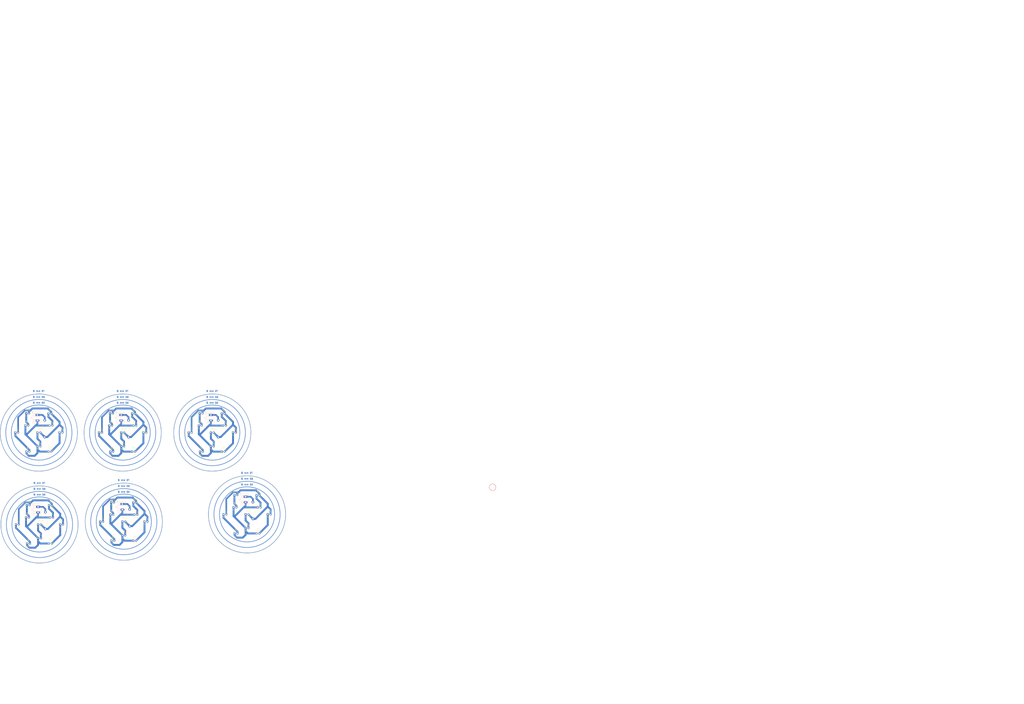
<source format=kicad_pcb>
(kicad_pcb (version 20211014) (generator pcbnew)
  (title_block (title "Mini Circular LED Panel") (date "2022-04-20") (rev "1") (comment 1 "Tec. Henrique Silva"))
  (layers (0 "F.Cu" signal) (31 "B.Cu" signal) (34 "B.Paste" user) (35 "F.Paste" user) (36 "B.SilkS" user "B.Silkscreen") (37 "F.SilkS" user "F.Silkscreen") (38 "B.Mask" user) (39 "F.Mask" user) (44 "Edge.Cuts" user))
  (net 0 "")
  (net 1 "PWR")
  (net 2 "GND")
  (net 3 "Net-(R2-Pad2)")
  (net 4 "Net-(D1-Pad1)")
  (net 5 "Net-(D3-Pad1)")
  (net 6 "Net-(D5-Pad1)")
  (net 7 "Net-(D7-Pad1)")
  (net 8 "Net-(D10-Pad2)")
  (footprint "Resistor_THT:R_Axial_DIN0411_L9.9mm_D3.6mm_P15.24mm_Horizontal" (layer "F.Cu") (at 62.878001 58.505492 90)
    (fp_text reference "R2")
    (fp_text value "Rl 2W")
  )
  (footprint "LED_THT:LED_D5.0mm" (layer "F.Cu") (at 46.109001 36.915492)
    (fp_text reference "D1")
    (fp_text value "LED")
  )
  (footprint "Resistor_THT:R_Axial_DIN0411_L9.9mm_D3.6mm_P15.24mm_Horizontal" (layer "F.Cu") (at 220.155 58.523022 90)
    (fp_text reference "R2")
    (fp_text value "Rl 2W")
  )
  (footprint "LED_THT:LED_D5.0mm" (layer "F.Cu") (at 113.216 135.231022)
    (fp_text reference "D7")
    (fp_text value "LED")
  )
  (footprint "LED_THT:LED_D5.0mm" (layer "F.Cu") (at 193.48 54.459022)
    (fp_text reference "D7")
    (fp_text value "LED")
  )
  (footprint "LED_THT:LED_D5.0mm" (layer "F.Cu") (at 66.734 120.499022)
    (fp_text reference "D3")
    (fp_text value "LED")
  )
  (footprint "LED_THT:LED_D5.0mm" (layer "F.Cu") (at 36.203001 54.441492)
    (fp_text reference "D7")
    (fp_text value "LED")
  )
  (footprint "Resistor_THT:R_Axial_DIN0411_L9.9mm_D3.6mm_P15.24mm_Horizontal" (layer "F.Cu") (at 63.437 141.835022 90)
    (fp_text reference "R2")
    (fp_text value "Rl 2W")
  )
  (footprint "LED_THT:LED_D5.0mm" (layer "F.Cu") (at 143.188 117.959022)
    (fp_text reference "D3")
    (fp_text value "LED")
  )
  (footprint "LED_THT:LED_D5.0mm" (layer "F.Cu") (at 203.386 36.933022)
    (fp_text reference "D1")
    (fp_text value "LED")
  )
  (footprint "LED_THT:LED_D5.0mm" (layer "F.Cu") (at 223.452 71.731022)
    (fp_text reference "D10")
    (fp_text value "LED")
  )
  (footprint "LED_THT:LED_D5.0mm" (layer "F.Cu") (at 203.64 71.731022)
    (fp_text reference "D8")
    (fp_text value "LED")
  )
  (footprint "LED_THT:LED_D5.0mm" (layer "F.Cu") (at 56.269001 54.441492)
    (fp_text reference "D5")
    (fp_text value "LED")
  )
  (footprint "LED_THT:LED_D5.0mm" (layer "F.Cu") (at 66.175001 71.713492)
    (fp_text reference "D10")
    (fp_text value "LED")
  )
  (footprint "LED_THT:LED_D5.0mm" (layer "F.Cu") (at 233.612 54.459022)
    (fp_text reference "D9")
    (fp_text value "LED")
  )
  (footprint "LED_THT:LED_D5.0mm" (layer "F.Cu") (at 67.191001 48.091492)
    (fp_text reference "D4")
    (fp_text value "LED")
  )
  (footprint "LED_THT:LED_D5.0mm" (layer "F.Cu") (at 153.348 135.231022)
    (fp_text reference "D9")
    (fp_text value "LED")
  )
  (footprint "Resistor_THT:R_Axial_DIN0411_L9.9mm_D3.6mm_P15.24mm_Horizontal" (layer "F.Cu") (at 138.875 58.523022 90)
    (fp_text reference "R2")
    (fp_text value "Rl 2W")
  )
  (footprint "LED_THT:LED_D5.0mm" (layer "F.Cu") (at 224.976 128.627022)
    (fp_text reference "D7")
    (fp_text value "LED")
  )
  (footprint "LED_THT:LED_D5.0mm" (layer "F.Cu") (at 245.042 141.073022)
    (fp_text reference "D6")
    (fp_text value "LED")
  )
  (footprint "LED_THT:LED_D5.0mm" (layer "F.Cu") (at 45.906 131.421022)
    (fp_text reference "D2")
    (fp_text value "LED")
  )
  (footprint "LED_THT:LED_D5.0mm" (layer "F.Cu") (at 143.188 48.109022)
    (fp_text reference "D4")
    (fp_text value "LED")
  )
  (footprint "LED_THT:LED_D5.0mm" (layer "F.Cu") (at 142.172 37.187022)
    (fp_text reference "D3")
    (fp_text value "LED")
  )
  (footprint "Resistor_THT:R_Axial_DIN0411_L9.9mm_D3.6mm_P15.24mm_Horizontal" (layer "F.Cu") (at 139.891 139.295022 90)
    (fp_text reference "R2")
    (fp_text value "Rl 2W")
  )
  (footprint "LED_THT:LED_D5.0mm" (layer "F.Cu") (at 234.12 122.277022)
    (fp_text reference "D2")
    (fp_text value "LED")
  )
  (footprint "LED_THT:LED_D5.0mm" (layer "F.Cu") (at 132.266 66.905022)
    (fp_text reference "D6")
    (fp_text value "LED")
  )
  (footprint "LED_THT:LED_D5.0mm" (layer "F.Cu") (at 213.546 54.459022)
    (fp_text reference "D5")
    (fp_text value "LED")
  )
  (footprint "LED_THT:LED_D5.0mm" (layer "F.Cu") (at 46.668 120.245022)
    (fp_text reference "D1")
    (fp_text value "LED")
  )
  (footprint "LED_THT:LED_D5.0mm" (layer "F.Cu") (at 46.363001 71.713492)
    (fp_text reference "D8")
    (fp_text value "LED")
  )
  (footprint "LED_THT:LED_D5.0mm" (layer "F.Cu") (at 133.282 147.677022)
    (fp_text reference "D6")
    (fp_text value "LED")
  )
  (footprint "LED_THT:LED_D5.0mm" (layer "F.Cu") (at 123.122 117.705022)
    (fp_text reference "D1")
    (fp_text value "LED")
  )
  (footprint "LED_THT:LED_D5.0mm" (layer "F.Cu") (at 142.172 71.731022)
    (fp_text reference "D10")
    (fp_text value "LED")
  )
  (footprint "LED_THT:LED_D5.0mm" (layer "F.Cu") (at 202.624 48.109022)
    (fp_text reference "D2")
    (fp_text value "LED")
  )
  (footprint "LED_THT:LED_D5.0mm" (layer "F.Cu") (at 122.106 36.933022)
    (fp_text reference "D1")
    (fp_text value "LED")
  )
  (footprint "LED_THT:LED_D5.0mm" (layer "F.Cu") (at 56.828 137.771022)
    (fp_text reference "D5")
    (fp_text value "LED")
  )
  (footprint "LED_THT:LED_D5.0mm" (layer "F.Cu") (at 265.108 128.627022)
    (fp_text reference "D9")
    (fp_text value "LED")
  )
  (footprint "LED_THT:LED_D5.0mm" (layer "F.Cu") (at 133.282 135.231022)
    (fp_text reference "D5")
    (fp_text value "LED")
  )
  (footprint "LED_THT:LED_D5.0mm" (layer "F.Cu") (at 143.188 152.503022)
    (fp_text reference "D10")
    (fp_text value "LED")
  )
  (footprint "LED_THT:LED_D5.0mm" (layer "F.Cu") (at 245.042 128.627022)
    (fp_text reference "D5")
    (fp_text value "LED")
  )
  (footprint "LED_THT:LED_D5.0mm" (layer "F.Cu") (at 144.204 128.881022)
    (fp_text reference "D4")
    (fp_text value "LED")
  )
  (footprint "LED_THT:LED_D5.0mm" (layer "F.Cu") (at 254.948 145.899022)
    (fp_text reference "D10")
    (fp_text value "LED")
  )
  (footprint "LED_THT:LED_D5.0mm" (layer "F.Cu") (at 255.964 122.277022)
    (fp_text reference "D4")
    (fp_text value "LED")
  )
  (footprint "LED_THT:LED_D5.0mm" (layer "F.Cu") (at 235.136 145.899022)
    (fp_text reference "D8")
    (fp_text value "LED")
  )
  (footprint "LED_THT:LED_D5.0mm" (layer "F.Cu") (at 56.828 150.217022)
    (fp_text reference "D6")
    (fp_text value "LED")
  )
  (footprint "LED_THT:LED_D5.0mm" (layer "F.Cu") (at 123.376 152.503022)
    (fp_text reference "D8")
    (fp_text value "LED")
  )
  (footprint "LED_THT:LED_D5.0mm" (layer "F.Cu") (at 56.269001 66.887492)
    (fp_text reference "D6")
    (fp_text value "LED")
  )
  (footprint "LED_THT:LED_D5.0mm" (layer "F.Cu") (at 224.468 48.109022)
    (fp_text reference "D4")
    (fp_text value "LED")
  )
  (footprint "LED_THT:LED_D5.0mm" (layer "F.Cu") (at 122.36 71.731022)
    (fp_text reference "D8")
    (fp_text value "LED")
  )
  (footprint "LED_THT:LED_D5.0mm" (layer "F.Cu") (at 213.546 66.905022)
    (fp_text reference "D6")
    (fp_text value "LED")
  )
  (footprint "LED_THT:LED_D5.0mm" (layer "F.Cu") (at 36.762 137.771022)
    (fp_text reference "D7")
    (fp_text value "LED")
  )
  (footprint "LED_THT:LED_D5.0mm" (layer "F.Cu") (at 254.948 111.355022)
    (fp_text reference "D3")
    (fp_text value "LED")
  )
  (footprint "LED_THT:LED_D5.0mm" (layer "F.Cu") (at 223.452 37.187022)
    (fp_text reference "D3")
    (fp_text value "LED")
  )
  (footprint "LED_THT:LED_D5.0mm" (layer "F.Cu") (at 76.335001 54.441492)
    (fp_text reference "D9")
    (fp_text value "LED")
  )
  (footprint "LED_THT:LED_D5.0mm" (layer "F.Cu") (at 46.922 155.043022)
    (fp_text reference "D8")
    (fp_text value "LED")
  )
  (footprint "LED_THT:LED_D5.0mm" (layer "F.Cu") (at 66.734 155.043022)
    (fp_text reference "D10")
    (fp_text value "LED")
  )
  (footprint "LED_THT:LED_D5.0mm" (layer "F.Cu") (at 122.36 128.881022)
    (fp_text reference "D2")
    (fp_text value "LED")
  )
  (footprint "LED_THT:LED_D5.0mm" (layer "F.Cu") (at 45.347001 48.091492)
    (fp_text reference "D2")
    (fp_text value "LED")
  )
  (footprint "LED_THT:LED_D5.0mm" (layer "F.Cu") (at 67.75 131.421022)
    (fp_text reference "D4")
    (fp_text value "LED")
  )
  (footprint "Resistor_THT:R_Axial_DIN0411_L9.9mm_D3.6mm_P15.24mm_Horizontal" (layer "F.Cu") (at 251.651 132.691022 90)
    (fp_text reference "R2")
    (fp_text value "Rl 2W")
  )
  (footprint "LED_THT:LED_D5.0mm" (layer "F.Cu") (at 76.894 137.771022)
    (fp_text reference "D9")
    (fp_text value "LED")
  )
  (footprint "LED_THT:LED_D5.0mm" (layer "F.Cu") (at 112.2 54.459022)
    (fp_text reference "D7")
    (fp_text value "LED")
  )
  (footprint "LED_THT:LED_D5.0mm" (layer "F.Cu") (at 234.882 111.101022)
    (fp_text reference "D1")
    (fp_text value "LED")
  )
  (footprint "LED_THT:LED_D5.0mm" (layer "F.Cu") (at 132.266 54.459022)
    (fp_text reference "D5")
    (fp_text value "LED")
  )
  (footprint "LED_THT:LED_D5.0mm" (layer "F.Cu") (at 121.344 48.109022)
    (fp_text reference "D2")
    (fp_text value "LED")
  )
  (footprint "LED_THT:LED_D5.0mm" (layer "F.Cu") (at 152.332 54.459022)
    (fp_text reference "D9")
    (fp_text value "LED")
  )
  (footprint "LED_THT:LED_D5.0mm" (layer "F.Cu") (at 66.175001 37.169492)
    (fp_text reference "D3")
    (fp_text value "LED")
  )
  (footprint "Connector_Phoenix_MC_HighVoltage:PhoenixContact_MCV_1,5_2-G-5.08_1x02_P5.08mm_Vertical" (layer "B.Cu") (at 133.287 119.229022 -90)
    (fp_text reference "J1")
    (fp_text value "Screw_Terminal_01x02")
  )
  (footprint "Connector_Phoenix_MC_HighVoltage:PhoenixContact_MCV_1,5_2-G-5.08_1x02_P5.08mm_Vertical" (layer "B.Cu") (at 213.551 38.457022 -90)
    (fp_text reference "J1")
    (fp_text value "Screw_Terminal_01x02")
  )
  (footprint "Connector_Phoenix_MC_HighVoltage:PhoenixContact_MCV_1,5_2-G-5.08_1x02_P5.08mm_Vertical" (layer "B.Cu") (at 56.274001 38.439492 -90)
    (fp_text reference "J1")
    (fp_text value "Screw_Terminal_01x02")
  )
  (footprint "Connector_Phoenix_MC_HighVoltage:PhoenixContact_MCV_1,5_2-G-5.08_1x02_P5.08mm_Vertical" (layer "B.Cu") (at 245.047 112.625022 -90)
    (fp_text reference "J1")
    (fp_text value "Screw_Terminal_01x02")
  )
  (footprint "Connector_Phoenix_MC_HighVoltage:PhoenixContact_MCV_1,5_2-G-5.08_1x02_P5.08mm_Vertical" (layer "B.Cu") (at 56.833 121.769022 -90)
    (fp_text reference "J1")
    (fp_text value "Screw_Terminal_01x02")
  )
  (footprint "Connector_Phoenix_MC_HighVoltage:PhoenixContact_MCV_1,5_2-G-5.08_1x02_P5.08mm_Vertical" (layer "B.Cu") (at 132.271 38.457022 -90)
    (fp_text reference "J1")
    (fp_text value "Screw_Terminal_01x02")
  )
  (gr_circle (center 469 104.01) (end 470.61 106.55) (layer "F.Cu") (width 0.2) (fill none))
  (gr_circle (center 57.544001 54.441492) (end 87.544001 54.441492) (layer "B.Cu") (width 0.5) (fill none))
  (gr_circle (center 134.557 135.231022) (end 159.557 135.231022) (layer "B.Cu") (width 0.5) (fill none))
  (gr_circle (center 57.544001 54.441492) (end 82.544001 54.441492) (layer "B.Cu") (width 0.5) (fill none))
  (gr_circle (center 58.103 137.771022) (end 93.103 137.771022) (layer "B.Cu") (width 0.5) (fill none))
  (gr_circle (center 134.557 135.231022) (end 164.557 135.231022) (layer "B.Cu") (width 0.5) (fill none))
  (gr_circle (center 246.317 128.627022) (end 281.317 128.627022) (layer "B.Cu") (width 0.5) (fill none))
  (gr_circle (center 246.317 128.627022) (end 276.317 128.627022) (layer "B.Cu") (width 0.5) (fill none))
  (gr_circle (center 133.541 54.459022) (end 163.541 54.459022) (layer "B.Cu") (width 0.5) (fill none))
  (gr_circle (center 133.541 54.459022) (end 158.541 54.459022) (layer "B.Cu") (width 0.5) (fill none))
  (gr_circle (center 214.821 54.459022) (end 239.821 54.459022) (layer "B.Cu") (width 0.5) (fill none))
  (gr_circle (center 58.103 137.771022) (end 88.103 137.771022) (layer "B.Cu") (width 0.5) (fill none))
  (gr_circle (center 58.103 137.771022) (end 83.103 137.771022) (layer "B.Cu") (width 0.5) (fill none))
  (gr_circle (center 214.821 54.459022) (end 244.821 54.459022) (layer "B.Cu") (width 0.5) (fill none))
  (gr_circle (center 246.317 128.627022) (end 271.317 128.627022) (layer "B.Cu") (width 0.5) (fill none))
  (gr_circle (center 214.821 54.459022) (end 249.821 54.459022) (layer "B.Cu") (width 0.5) (fill none))
  (gr_circle (center 133.541 54.459022) (end 168.541 54.459022) (layer "B.Cu") (width 0.5) (fill none))
  (gr_circle (center 134.557 135.231022) (end 169.557 135.231022) (layer "B.Cu") (width 0.5) (fill none))
  (gr_circle (center 57.544001 54.441492) (end 92.544001 54.441492) (layer "B.Cu") (width 0.5) (fill none))
  (gr_circle (center 134.557 135.231022) (end 169.557 135.231022) (layer "Edge.Cuts") (width 0.25) (fill none))
  (gr_circle (center 58.103 137.771022) (end 93.103 137.771022) (layer "Edge.Cuts") (width 0.25) (fill none))
  (gr_circle (center 133.541 54.459022) (end 168.541 54.459022) (layer "Edge.Cuts") (width 0.25) (fill none))
  (gr_circle (center 57.544001 54.441492) (end 92.544001 54.441492) (layer "Edge.Cuts") (width 0.25) (fill none))
  (gr_circle (center 246.317 128.627022) (end 281.317 128.627022) (layer "Edge.Cuts") (width 0.25) (fill none))
  (gr_circle (center 214.821 54.459022) (end 249.821 54.459022) (layer "Edge.Cuts") (width 0.25) (fill none))
  (gr_text "50 mm Ø" (at 57.544001 27.441492) (layer "B.Cu") (effects (font (size 1.5 1.5) (thickness 0.3)) (justify mirror)))
  (gr_text "50 mm Ø" (at 133.541 27.459022) (layer "B.Cu") (effects (font (size 1.5 1.5) (thickness 0.3)) (justify mirror)))
  (gr_text "70 mm Ø" (at 246.317 91.035022) (layer "B.Cu") (effects (font (size 1.5 1.5) (thickness 0.3)) (justify mirror)))
  (gr_text "70 mm Ø" (at 133.541 16.867022) (layer "B.Cu") (effects (font (size 1.5 1.5) (thickness 0.3)) (justify mirror)))
  (gr_text "60 mm Ø" (at 214.821 22.201022) (layer "B.Cu") (effects (font (size 1.5 1.5) (thickness 0.3)) (justify mirror)))
  (gr_text "60 mm Ø" (at 246.317 96.369022) (layer "B.Cu") (effects (font (size 1.5 1.5) (thickness 0.3)) (justify mirror)))
  (gr_text "70 mm Ø" (at 134.557 97.639022) (layer "B.Cu") (effects (font (size 1.5 1.5) (thickness 0.3)) (justify mirror)))
  (gr_text "70 mm Ø" (at 58.103 100.179022) (layer "B.Cu") (effects (font (size 1.5 1.5) (thickness 0.3)) (justify mirror)))
  (gr_text "60 mm Ø" (at 134.557 102.973022) (layer "B.Cu") (effects (font (size 1.5 1.5) (thickness 0.3)) (justify mirror)))
  (gr_text "60 mm Ø" (at 58.103 105.513022) (layer "B.Cu") (effects (font (size 1.5 1.5) (thickness 0.3)) (justify mirror)))
  (gr_text "70 mm Ø" (at 57.544001 16.849492) (layer "B.Cu") (effects (font (size 1.5 1.5) (thickness 0.3)) (justify mirror)))
  (gr_text "50 mm Ø" (at 246.317 101.627022) (layer "B.Cu") (effects (font (size 1.5 1.5) (thickness 0.3)) (justify mirror)))
  (gr_text "50 mm Ø" (at 214.821 27.459022) (layer "B.Cu") (effects (font (size 1.5 1.5) (thickness 0.3)) (justify mirror)))
  (gr_text "50 mm Ø" (at 58.103 110.771022) (layer "B.Cu") (effects (font (size 1.5 1.5) (thickness 0.3)) (justify mirror)))
  (gr_text "50 mm Ø" (at 134.557 108.231022) (layer "B.Cu") (effects (font (size 1.5 1.5) (thickness 0.3)) (justify mirror)))
  (gr_text "60 mm Ø" (at 133.541 22.201022) (layer "B.Cu") (effects (font (size 1.5 1.5) (thickness 0.3)) (justify mirror)))
  (gr_text "60 mm Ø" (at 57.544001 22.183492) (layer "B.Cu") (effects (font (size 1.5 1.5) (thickness 0.3)) (justify mirror)))
  (gr_text "70 mm Ø" (at 214.821 16.867022) (layer "B.Cu") (effects (font (size 1.5 1.5) (thickness 0.3)) (justify mirror)))
  (segment (start 65.164001 58.505492) (end 76.340001 47.329492) (width 1.75) (layer "B.Cu") (net 1))
  (segment (start 152.337 47.347022) (end 154.872 49.882022) (width 1.75) (layer "B.Cu") (net 1))
  (segment (start 265.113 121.515022) (end 267.648 124.050022) (width 1.75) (layer "B.Cu") (net 1))
  (segment (start 227.516 114.668) (end 233.622978 108.561022) (width 1.5) (layer "B.Cu") (net 1))
  (segment (start 65.723 141.835022) (end 76.899 130.659022) (width 1.75) (layer "B.Cu") (net 1))
  (segment (start 154.872 49.882022) (end 154.872 54.459022) (width 1.75) (layer "B.Cu") (net 1))
  (segment (start 115.756 135.231022) (end 115.756 121.272) (width 1.5) (layer "B.Cu") (net 1))
  (segment (start 254.445 106.783022) (end 257.488 109.826022) (width 1.75) (layer "B.Cu") (net 1))
  (segment (start 48.649001 36.915492) (end 48.649001 35.650492) (width 1.75) (layer "B.Cu") (net 1))
  (segment (start 39.302 137.771022) (end 39.302 123.812) (width 1.5) (layer "B.Cu") (net 1))
  (segment (start 205.926 36.933022) (end 205.926 35.668022) (width 1.75) (layer "B.Cu") (net 1))
  (segment (start 142.177 139.295022) (end 153.353 128.119022) (width 1.75) (layer "B.Cu") (net 1))
  (segment (start 247.582 128.627022) (end 251.646 132.691022) (width 1.75) (layer "B.Cu") (net 1))
  (segment (start 66.231 115.927022) (end 69.274 118.970022) (width 1.75) (layer "B.Cu") (net 1))
  (segment (start 65.672001 32.597492) (end 68.715001 35.640492) (width 1.75) (layer "B.Cu") (net 1))
  (segment (start 225.992 37.187022) (end 233.617 44.812022) (width 1.75) (layer "B.Cu") (net 1))
  (segment (start 196.02 54.459022) (end 196.02 40.5) (width 1.5) (layer "B.Cu") (net 1))
  (segment (start 144.712 35.658022) (end 144.712 37.187022) (width 1.75) (layer "B.Cu") (net 1))
  (segment (start 138.87 58.523022) (end 141.161 58.523022) (width 1.75) (layer "B.Cu") (net 1))
  (segment (start 51.702001 32.597492) (end 65.672001 32.597492) (width 1.75) (layer "B.Cu") (net 1))
  (segment (start 141.669 32.615022) (end 144.712 35.658022) (width 1.75) (layer "B.Cu") (net 1))
  (segment (start 76.340001 44.794492) (end 76.340001 47.329492) (width 1.75) (layer "B.Cu") (net 1))
  (segment (start 120.846978 34.393022) (end 125.921 34.393022) (width 1.5) (layer "B.Cu") (net 1))
  (segment (start 267.648 124.050022) (end 267.648 128.627022) (width 1.75) (layer "B.Cu") (net 1))
  (segment (start 233.617 44.812022) (end 233.617 47.347022) (width 1.75) (layer "B.Cu") (net 1))
  (segment (start 45.408978 117.705022) (end 50.483 117.705022) (width 1.5) (layer "B.Cu") (net 1))
  (segment (start 222.949 32.615022) (end 225.992 35.658022) (width 1.75) (layer "B.Cu") (net 1))
  (segment (start 233.617 47.347022) (end 236.152 49.882022) (width 1.75) (layer "B.Cu") (net 1))
  (segment (start 253.937 132.691022) (end 265.113 121.515022) (width 1.75) (layer "B.Cu") (net 1))
  (segment (start 44.849979 34.375492) (end 49.924001 34.375492) (width 1.5) (layer "B.Cu") (net 1))
  (segment (start 153.353 128.119022) (end 155.888 130.654022) (width 1.75) (layer "B.Cu") (net 1))
  (segment (start 227.516 128.627022) (end 227.516 114.668) (width 1.5) (layer "B.Cu") (net 1))
  (segment (start 124.646 36.933022) (end 124.646 35.668022) (width 1.75) (layer "B.Cu") (net 1))
  (segment (start 240.475 106.783022) (end 254.445 106.783022) (width 1.75) (layer "B.Cu") (net 1))
  (segment (start 76.899 130.659022) (end 79.434 133.194022) (width 1.75) (layer "B.Cu") (net 1))
  (segment (start 121.862978 115.165022) (end 126.937 115.165022) (width 1.5) (layer "B.Cu") (net 1))
  (segment (start 237.422 111.101022) (end 237.422 109.836022) (width 1.75) (layer "B.Cu") (net 1))
  (segment (start 142.685 113.387022) (end 145.728 116.430022) (width 1.75) (layer "B.Cu") (net 1))
  (segment (start 125.662 117.705022) (end 125.662 116.440022) (width 1.75) (layer "B.Cu") (net 1))
  (segment (start 59.368 137.771022) (end 63.432 141.835022) (width 1.75) (layer "B.Cu") (net 1))
  (segment (start 62.873001 58.505492) (end 65.164001 58.505492) (width 1.75) (layer "B.Cu") (net 1))
  (segment (start 127.699 32.615022) (end 141.669 32.615022) (width 1.75) (layer "B.Cu") (net 1))
  (segment (start 135.822 135.231022) (end 139.886 139.295022) (width 1.75) (layer "B.Cu") (net 1))
  (segment (start 114.74 40.5) (end 120.846978 34.393022) (width 1.5) (layer "B.Cu") (net 1))
  (segment (start 76.340001 47.329492) (end 78.875001 49.864492) (width 1.75) (layer "B.Cu") (net 1))
  (segment (start 115.756 121.272) (end 121.862978 115.165022) (width 1.5) (layer "B.Cu") (net 1))
  (segment (start 152.337 44.812022) (end 152.337 47.347022) (width 1.75) (layer "B.Cu") (net 1))
  (segment (start 236.152 49.882022) (end 236.152 54.459022) (width 1.75) (layer "B.Cu") (net 1))
  (segment (start 68.715001 37.169492) (end 76.340001 44.794492) (width 1.75) (layer "B.Cu") (net 1))
  (segment (start 139.886 139.295022) (end 142.177 139.295022) (width 1.75) (layer "B.Cu") (net 1))
  (segment (start 63.432 141.835022) (end 65.723 141.835022) (width 1.75) (layer "B.Cu") (net 1))
  (segment (start 49.208 120.245022) (end 49.208 118.980022) (width 1.75) (layer "B.Cu") (net 1))
  (segment (start 216.086 54.459022) (end 220.15 58.523022) (width 1.75) (layer "B.Cu") (net 1))
  (segment (start 153.353 125.584022) (end 153.353 128.119022) (width 1.75) (layer "B.Cu") (net 1))
  (segment (start 114.74 54.459022) (end 114.74 40.5) (width 1.5) (layer "B.Cu") (net 1))
  (segment (start 196.02 40.5) (end 202.126978 34.393022) (width 1.5) (layer "B.Cu") (net 1))
  (segment (start 49.208 118.980022) (end 52.261 115.927022) (width 1.75) (layer "B.Cu") (net 1))
  (segment (start 39.302 123.812) (end 45.408978 117.705022) (width 1.5) (layer "B.Cu") (net 1))
  (segment (start 78.875001 49.864492) (end 78.875001 54.441492) (width 1.75) (layer "B.Cu") (net 1))
  (segment (start 155.888 130.654022) (end 155.888 135.231022) (width 1.75) (layer "B.Cu") (net 1))
  (segment (start 76.899 128.124022) (end 76.899 130.659022) (width 1.75) (layer "B.Cu") (net 1))
  (segment (start 68.715001 35.640492) (end 68.715001 37.169492) (width 1.75) (layer "B.Cu") (net 1))
  (segment (start 251.646 132.691022) (end 253.937 132.691022) (width 1.75) (layer "B.Cu") (net 1))
  (segment (start 38.743001 54.441492) (end 38.743001 40.48247) (width 1.5) (layer "B.Cu") (net 1))
  (segment (start 141.161 58.523022) (end 152.337 47.347022) (width 1.75) (layer "B.Cu") (net 1))
  (segment (start 125.662 116.440022) (end 128.715 113.387022) (width 1.75) (layer "B.Cu") (net 1))
  (segment (start 220.15 58.523022) (end 222.441 58.523022) (width 1.75) (layer "B.Cu") (net 1))
  (segment (start 205.926 35.668022) (end 208.979 32.615022) (width 1.75) (layer "B.Cu") (net 1))
  (segment (start 48.649001 35.650492) (end 51.702001 32.597492) (width 1.75) (layer "B.Cu") (net 1))
  (segment (start 257.488 109.826022) (end 257.488 111.355022) (width 1.75) (layer "B.Cu") (net 1))
  (segment (start 225.992 35.658022) (end 225.992 37.187022) (width 1.75) (layer "B.Cu") (net 1))
  (segment (start 128.715 113.387022) (end 142.685 113.387022) (width 1.75) (layer "B.Cu") (net 1))
  (segment (start 208.979 32.615022) (end 222.949 32.615022) (width 1.75) (layer "B.Cu") (net 1))
  (segment (start 233.622978 108.561022) (end 238.697 108.561022) (width 1.5) (layer "B.Cu") (net 1))
  (segment (start 265.113 118.980022) (end 265.113 121.515022) (width 1.75) (layer "B.Cu") (net 1))
  (segment (start 124.646 35.668022) (end 127.699 32.615022) (width 1.75) (layer "B.Cu") (net 1))
  (segment (start 69.274 118.970022) (end 69.274 120.499022) (width 1.75) (layer "B.Cu") (net 1))
  (segment (start 222.441 58.523022) (end 233.617 47.347022) (width 1.75) (layer "B.Cu") (net 1))
  (segment (start 52.261 115.927022) (end 66.231 115.927022) (width 1.75) (layer "B.Cu") (net 1))
  (segment (start 144.712 37.187022) (end 152.337 44.812022) (width 1.75) (layer "B.Cu") (net 1))
  (segment (start 257.488 111.355022) (end 265.113 118.980022) (width 1.75) (layer "B.Cu") (net 1))
  (segment (start 38.743001 40.48247) (end 44.849979 34.375492) (width 1.5) (layer "B.Cu") (net 1))
  (segment (start 58.809001 54.441492) (end 62.873001 58.505492) (width 1.75) (layer "B.Cu") (net 1))
  (segment (start 79.434 133.194022) (end 79.434 137.771022) (width 1.75) (layer "B.Cu") (net 1))
  (segment (start 145.728 116.430022) (end 145.728 117.959022) (width 1.75) (layer "B.Cu") (net 1))
  (segment (start 134.806 54.459022) (end 138.87 58.523022) (width 1.75) (layer "B.Cu") (net 1))
  (segment (start 237.422 109.836022) (end 240.475 106.783022) (width 1.75) (layer "B.Cu") (net 1))
  (segment (start 69.274 120.499022) (end 76.899 128.124022) (width 1.75) (layer "B.Cu") (net 1))
  (segment (start 145.728 117.959022) (end 153.353 125.584022) (width 1.75) (layer "B.Cu") (net 1))
  (segment (start 202.126978 34.393022) (end 207.201 34.393022) (width 1.5) (layer "B.Cu") (net 1))
  (segment (start 130.493 48.109022) (end 122.619 55.983022) (width 1.75) (layer "B.Cu") (net 2))
  (segment (start 133.282 150.466022) (end 133.282 148.000114) (width 1.75) (layer "B.Cu") (net 2))
  (segment (start 224.468 48.109022) (end 211.773 48.109022) (width 1.75) (layer "B.Cu") (net 2))
  (segment (start 132.266 73.006022) (end 132.266 67.228114) (width 1.75) (layer "B.Cu") (net 2))
  (segment (start 46.363001 71.713492) (end 46.363001 73.486492) (width 1.75) (layer "B.Cu") (net 2))
  (segment (start 129.731 75.541022) (end 132.266 73.006022) (width 1.75) (layer "B.Cu") (net 2))
  (segment (start 132.266 69.694022) (end 132.266 67.228114) (width 1.75) (layer "B.Cu") (net 2))
  (segment (start 254.948 145.899022) (end 247.079 145.899022) (width 1.75) (layer "B.Cu") (net 2))
  (segment (start 123.376 152.503022) (end 123.376 154.276022) (width 1.75) (layer "B.Cu") (net 2))
  (segment (start 255.964 122.277022) (end 243.269 122.277022) (width 1.75) (layer "B.Cu") (net 2))
  (segment (start 130.747 156.313022) (end 133.282 153.778022) (width 1.75) (layer "B.Cu") (net 2))
  (segment (start 245.047 117.705022) (end 245.047 118.213022) (width 1.5) (layer "B.Cu") (net 2))
  (segment (start 125.413 156.313022) (end 130.747 156.313022) (width 1.75) (layer "B.Cu") (net 2))
  (segment (start 213.551 43.537022) (end 213.551 46.331022) (width 1.5) (layer "B.Cu") (net 2))
  (segment (start 56.269001 67.210584) (end 56.269001 66.887492) (width 1.75) (layer "B.Cu") (net 2))
  (segment (start 45.906 139.295022) (end 56.828 150.217022) (width 1.75) (layer "B.Cu") (net 2))
  (segment (start 58.865 155.043022) (end 56.828 153.006022) (width 1.75) (layer "B.Cu") (net 2))
  (segment (start 242.507 149.709022) (end 245.042 147.174022) (width 1.75) (layer "B.Cu") (net 2))
  (segment (start 245.042 143.862022) (end 245.042 141.396114) (width 1.75) (layer "B.Cu") (net 2))
  (segment (start 56.833 129.643022) (end 55.055 131.421022) (width 1.5) (layer "B.Cu") (net 2))
  (segment (start 202.624 55.983022) (end 213.546 66.905022) (width 1.75) (layer "B.Cu") (net 2))
  (segment (start 56.828 153.006022) (end 56.828 150.540114) (width 1.75) (layer "B.Cu") (net 2))
  (segment (start 211.773 48.109022) (end 203.899 55.983022) (width 1.75) (layer "B.Cu") (net 2))
  (segment (start 45.906 131.421022) (end 45.906 139.295022) (width 1.75) (layer "B.Cu") (net 2))
  (segment (start 53.734001 75.523492) (end 56.269001 72.988492) (width 1.75) (layer "B.Cu") (net 2))
  (segment (start 121.344 55.983022) (end 132.266 66.905022) (width 1.75) (layer "B.Cu") (net 2))
  (segment (start 46.363001 73.486492) (end 48.400001 75.523492) (width 1.75) (layer "B.Cu") (net 2))
  (segment (start 56.274001 43.519492) (end 56.274001 44.027492) (width 1.5) (layer "B.Cu") (net 2))
  (segment (start 203.64 73.504022) (end 205.677 75.541022) (width 1.75) (layer "B.Cu") (net 2))
  (segment (start 143.188 152.503022) (end 135.319 152.503022) (width 1.75) (layer "B.Cu") (net 2))
  (segment (start 46.622001 55.965492) (end 45.347001 55.965492) (width 1.75) (layer "B.Cu") (net 2))
  (segment (start 213.551 46.331022) (end 211.773 48.109022) (width 1.5) (layer "B.Cu") (net 2))
  (segment (start 122.36 71.731022) (end 122.36 73.504022) (width 1.75) (layer "B.Cu") (net 2))
  (segment (start 58.306001 71.713492) (end 56.269001 69.676492) (width 1.75) (layer "B.Cu") (net 2))
  (segment (start 122.36 73.504022) (end 124.397 75.541022) (width 1.75) (layer "B.Cu") (net 2))
  (segment (start 245.042 141.396114) (end 245.042 141.073022) (width 1.75) (layer "B.Cu") (net 2))
  (segment (start 123.635 136.755022) (end 122.36 136.755022) (width 1.75) (layer "B.Cu") (net 2))
  (segment (start 121.344 48.109022) (end 121.344 55.983022) (width 1.75) (layer "B.Cu") (net 2))
  (segment (start 237.173 149.709022) (end 242.507 149.709022) (width 1.75) (layer "B.Cu") (net 2))
  (segment (start 203.899 55.983022) (end 202.624 55.983022) (width 1.75) (layer "B.Cu") (net 2))
  (segment (start 234.12 130.151022) (end 245.042 141.073022) (width 1.75) (layer "B.Cu") (net 2))
  (segment (start 122.36 136.755022) (end 133.282 147.677022) (width 1.75) (layer "B.Cu") (net 2))
  (segment (start 56.269001 72.988492) (end 56.269001 67.210584) (width 1.75) (layer "B.Cu") (net 2))
  (segment (start 143.188 48.109022) (end 130.493 48.109022) (width 1.75) (layer "B.Cu") (net 2))
  (segment (start 245.042 147.174022) (end 245.042 141.396114) (width 1.75) (layer "B.Cu") (net 2))
  (segment (start 66.734 155.043022) (end 58.865 155.043022) (width 1.75) (layer "B.Cu") (net 2))
  (segment (start 203.64 71.731022) (end 203.64 73.504022) (width 1.75) (layer "B.Cu") (net 2))
  (segment (start 235.136 145.899022) (end 235.136 147.672022) (width 1.75) (layer "B.Cu") (net 2))
  (segment (start 132.271 43.537022) (end 132.271 44.045022) (width 1.5) (layer "B.Cu") (net 2))
  (segment (start 133.287 124.309022) (end 133.287 124.817022) (width 1.5) (layer "B.Cu") (net 2))
  (segment (start 213.546 67.228114) (end 213.546 66.905022) (width 1.75) (layer "B.Cu") (net 2))
  (segment (start 245.047 120.499022) (end 243.269 122.277022) (width 1.5) (layer "B.Cu") (net 2))
  (segment (start 56.833 126.849022) (end 56.833 129.643022) (width 1.5) (layer "B.Cu") (net 2))
  (segment (start 46.922 155.043022) (end 46.922 156.816022) (width 1.75) (layer "B.Cu") (net 2))
  (segment (start 205.677 75.541022) (end 211.011 75.541022) (width 1.75) (layer "B.Cu") (net 2))
  (segment (start 202.624 48.109022) (end 202.624 55.983022) (width 1.75) (layer "B.Cu") (net 2))
  (segment (start 67.191001 48.091492) (end 54.496001 48.091492) (width 1.75) (layer "B.Cu") (net 2))
  (segment (start 66.175001 71.713492) (end 58.306001 71.713492) (width 1.75) (layer "B.Cu") (net 2))
  (segment (start 132.271 43.537022) (end 132.271 46.331022) (width 1.5) (layer "B.Cu") (net 2))
  (segment (start 134.303 71.731022) (end 132.266 69.694022) (width 1.75) (layer "B.Cu") (net 2))
  (segment (start 132.271 46.331022) (end 130.493 48.109022) (width 1.5) (layer "B.Cu") (net 2))
  (segment (start 211.011 75.541022) (end 213.546 73.006022) (width 1.75) (layer "B.Cu") (net 2))
  (segment (start 213.546 73.006022) (end 213.546 67.228114) (width 1.75) (layer "B.Cu") (net 2))
  (segment (start 133.282 148.000114) (end 133.282 147.677022) (width 1.75) (layer "B.Cu") (net 2))
  (segment (start 45.347001 55.965492) (end 56.269001 66.887492) (width 1.75) (layer "B.Cu") (net 2))
  (segment (start 122.36 128.881022) (end 122.36 136.755022) (width 1.75) (layer "B.Cu") (net 2))
  (segment (start 56.274001 43.519492) (end 56.274001 46.313492) (width 1.5) (layer "B.Cu") (net 2))
  (segment (start 46.922 156.816022) (end 48.959 158.853022) (width 1.75) (layer "B.Cu") (net 2))
  (segment (start 142.172 71.731022) (end 134.303 71.731022) (width 1.75) (layer "B.Cu") (net 2))
  (segment (start 124.397 75.541022) (end 129.731 75.541022) (width 1.75) (layer "B.Cu") (net 2))
  (segment (start 132.266 67.228114) (end 132.266 66.905022) (width 1.75) (layer "B.Cu") (net 2))
  (segment (start 223.452 71.731022) (end 215.583 71.731022) (width 1.75) (layer "B.Cu") (net 2))
  (segment (start 48.400001 75.523492) (end 53.734001 75.523492) (width 1.75) (layer "B.Cu") (net 2))
  (segment (start 215.583 71.731022) (end 213.546 69.694022) (width 1.75) (layer "B.Cu") (net 2))
  (segment (start 135.319 152.503022) (end 133.282 150.466022) (width 1.75) (layer "B.Cu") (net 2))
  (segment (start 133.287 127.103022) (end 131.509 128.881022) (width 1.5) (layer "B.Cu") (net 2))
  (segment (start 54.293 158.853022) (end 56.828 156.318022) (width 1.75) (layer "B.Cu") (net 2))
  (segment (start 56.828 156.318022) (end 56.828 150.540114) (width 1.75) (layer "B.Cu") (net 2))
  (segment (start 234.12 122.277022) (end 234.12 130.151022) (width 1.75) (layer "B.Cu") (net 2))
  (segment (start 56.274001 46.313492) (end 54.496001 48.091492) (width 1.5) (layer "B.Cu") (net 2))
  (segment (start 56.833 126.849022) (end 56.833 127.357022) (width 1.5) (layer "B.Cu") (net 2))
  (segment (start 133.282 153.778022) (end 133.282 148.000114) (width 1.75) (layer "B.Cu") (net 2))
  (segment (start 45.347001 48.091492) (end 45.347001 55.965492) (width 1.75) (layer "B.Cu") (net 2))
  (segment (start 213.551 43.537022) (end 213.551 44.045022) (width 1.5) (layer "B.Cu") (net 2))
  (segment (start 55.055 131.421022) (end 47.181 139.295022) (width 1.75) (layer "B.Cu") (net 2))
  (segment (start 123.376 154.276022) (end 125.413 156.313022) (width 1.75) (layer "B.Cu") (net 2))
  (segment (start 56.269001 69.676492) (end 56.269001 67.210584) (width 1.75) (layer "B.Cu") (net 2))
  (segment (start 131.509 128.881022) (end 123.635 136.755022) (width 1.75) (layer "B.Cu") (net 2))
  (segment (start 243.269 122.277022) (end 235.395 130.151022) (width 1.75) (layer "B.Cu") (net 2))
  (segment (start 235.136 147.672022) (end 237.173 149.709022) (width 1.75) (layer "B.Cu") (net 2))
  (segment (start 213.546 69.694022) (end 213.546 67.228114) (width 1.75) (layer "B.Cu") (net 2))
  (segment (start 56.828 150.540114) (end 56.828 150.217022) (width 1.75) (layer "B.Cu") (net 2))
  (segment (start 247.079 145.899022) (end 245.042 143.862022) (width 1.75) (layer "B.Cu") (net 2))
  (segment (start 235.395 130.151022) (end 234.12 130.151022) (width 1.75) (layer "B.Cu") (net 2))
  (segment (start 122.619 55.983022) (end 121.344 55.983022) (width 1.75) (layer "B.Cu") (net 2))
  (segment (start 245.047 117.705022) (end 245.047 120.499022) (width 1.5) (layer "B.Cu") (net 2))
  (segment (start 144.204 128.881022) (end 131.509 128.881022) (width 1.75) (layer "B.Cu") (net 2))
  (segment (start 48.959 158.853022) (end 54.293 158.853022) (width 1.75) (layer "B.Cu") (net 2))
  (segment (start 67.75 131.421022) (end 55.055 131.421022) (width 1.75) (layer "B.Cu") (net 2))
  (segment (start 47.181 139.295022) (end 45.906 139.295022) (width 1.75) (layer "B.Cu") (net 2))
  (segment (start 133.287 124.309022) (end 133.287 127.103022) (width 1.5) (layer "B.Cu") (net 2))
  (segment (start 54.496001 48.091492) (end 46.622001 55.965492) (width 1.75) (layer "B.Cu") (net 2))
  (segment (start 61.405 121.769022) (end 56.833 121.769022) (width 1.5) (layer "B.Cu") (net 3))
  (segment (start 139.891 124.055022) (end 139.891 121.261022) (width 1.5) (layer "B.Cu") (net 3))
  (segment (start 60.846001 38.439492) (end 56.274001 38.439492) (width 1.5) (layer "B.Cu") (net 3))
  (segment (start 251.651 114.657022) (end 249.619 112.625022) (width 1.5) (layer "B.Cu") (net 3))
  (segment (start 62.878001 40.471492) (end 60.846001 38.439492) (width 1.5) (layer "B.Cu") (net 3))
  (segment (start 218.123 38.457022) (end 213.551 38.457022) (width 1.5) (layer "B.Cu") (net 3))
  (segment (start 136.843 38.457022) (end 132.271 38.457022) (width 1.5) (layer "B.Cu") (net 3))
  (segment (start 220.155 40.489022) (end 218.123 38.457022) (width 1.5) (layer "B.Cu") (net 3))
  (segment (start 220.155 43.283022) (end 220.155 40.489022) (width 1.5) (layer "B.Cu") (net 3))
  (segment (start 249.619 112.625022) (end 245.047 112.625022) (width 1.5) (layer "B.Cu") (net 3))
  (segment (start 138.875 43.283022) (end 138.875 40.489022) (width 1.5) (layer "B.Cu") (net 3))
  (segment (start 63.437 123.801022) (end 61.405 121.769022) (width 1.5) (layer "B.Cu") (net 3))
  (segment (start 139.891 121.261022) (end 137.859 119.229022) (width 1.5) (layer "B.Cu") (net 3))
  (segment (start 137.859 119.229022) (end 133.287 119.229022) (width 1.5) (layer "B.Cu") (net 3))
  (segment (start 251.651 117.451022) (end 251.651 114.657022) (width 1.5) (layer "B.Cu") (net 3))
  (segment (start 63.437 126.595022) (end 63.437 123.801022) (width 1.5) (layer "B.Cu") (net 3))
  (segment (start 138.875 40.489022) (end 136.843 38.457022) (width 1.5) (layer "B.Cu") (net 3))
  (segment (start 62.878001 43.265492) (end 62.878001 40.471492) (width 1.5) (layer "B.Cu") (net 3))
  (segment (start 46.668 120.245022) (end 46.668 128.134) (width 1.75) (layer "B.Cu") (net 4))
  (segment (start 47.887001 46.58247) (end 47.887001 48.091492) (width 1.75) (layer "B.Cu") (net 4))
  (segment (start 203.386 44.822) (end 205.164 46.6) (width 1.75) (layer "B.Cu") (net 4))
  (segment (start 203.386 36.933022) (end 203.386 44.822) (width 1.75) (layer "B.Cu") (net 4))
  (segment (start 46.109001 36.915492) (end 46.109001 44.80447) (width 1.75) (layer "B.Cu") (net 4))
  (segment (start 46.668 128.134) (end 48.446 129.912) (width 1.75) (layer "B.Cu") (net 4))
  (segment (start 122.106 36.933022) (end 122.106 44.822) (width 1.75) (layer "B.Cu") (net 4))
  (segment (start 234.882 111.101022) (end 234.882 118.99) (width 1.75) (layer "B.Cu") (net 4))
  (segment (start 124.9 127.372) (end 124.9 128.881022) (width 1.75) (layer "B.Cu") (net 4))
  (segment (start 236.66 120.768) (end 236.66 122.277022) (width 1.75) (layer "B.Cu") (net 4))
  (segment (start 123.122 125.594) (end 124.9 127.372) (width 1.75) (layer "B.Cu") (net 4))
  (segment (start 123.122 117.705022) (end 123.122 125.594) (width 1.75) (layer "B.Cu") (net 4))
  (segment (start 46.109001 44.80447) (end 47.887001 46.58247) (width 1.75) (layer "B.Cu") (net 4))
  (segment (start 234.882 118.99) (end 236.66 120.768) (width 1.75) (layer "B.Cu") (net 4))
  (segment (start 48.446 129.912) (end 48.446 131.421022) (width 1.75) (layer "B.Cu") (net 4))
  (segment (start 205.164 46.6) (end 205.164 48.109022) (width 1.75) (layer "B.Cu") (net 4))
  (segment (start 122.106 44.822) (end 123.884 46.6) (width 1.75) (layer "B.Cu") (net 4))
  (segment (start 123.884 46.6) (end 123.884 48.109022) (width 1.75) (layer "B.Cu") (net 4))
  (segment (start 146.744 124.558022) (end 146.744 128.881022) (width 1.75) (layer "B.Cu") (net 5))
  (segment (start 70.29 127.098022) (end 70.29 131.421022) (width 1.75) (layer "B.Cu") (net 5))
  (segment (start 143.188 117.959022) (end 143.188 121.002022) (width 1.75) (layer "B.Cu") (net 5))
  (segment (start 142.172 37.187022) (end 142.172 40.230022) (width 1.75) (layer "B.Cu") (net 5))
  (segment (start 223.452 37.187022) (end 223.452 40.230022) (width 1.75) (layer "B.Cu") (net 5))
  (segment (start 223.452 40.230022) (end 227.008 43.786022) (width 1.75) (layer "B.Cu") (net 5))
  (segment (start 66.175001 37.169492) (end 66.175001 40.212492) (width 1.75) (layer "B.Cu") (net 5))
  (segment (start 254.948 111.355022) (end 254.948 114.398022) (width 1.75) (layer "B.Cu") (net 5))
  (segment (start 227.008 43.786022) (end 227.008 48.109022) (width 1.75) (layer "B.Cu") (net 5))
  (segment (start 143.188 121.002022) (end 146.744 124.558022) (width 1.75) (layer "B.Cu") (net 5))
  (segment (start 254.948 114.398022) (end 258.504 117.954022) (width 1.75) (layer "B.Cu") (net 5))
  (segment (start 145.728 43.786022) (end 145.728 48.109022) (width 1.75) (layer "B.Cu") (net 5))
  (segment (start 142.172 40.230022) (end 145.728 43.786022) (width 1.75) (layer "B.Cu") (net 5))
  (segment (start 69.731001 43.768492) (end 69.731001 48.091492) (width 1.75) (layer "B.Cu") (net 5))
  (segment (start 258.504 117.954022) (end 258.504 122.277022) (width 1.75) (layer "B.Cu") (net 5))
  (segment (start 66.734 120.499022) (end 66.734 123.542022) (width 1.75) (layer "B.Cu") (net 5))
  (segment (start 66.175001 40.212492) (end 69.731001 43.768492) (width 1.75) (layer "B.Cu") (net 5))
  (segment (start 66.734 123.542022) (end 70.29 127.098022) (width 1.75) (layer "B.Cu") (net 5))
  (segment (start 56.269001 54.441492) (end 56.269001 60.024492) (width 1.75) (layer "B.Cu") (net 6))
  (segment (start 216.086 62.582022) (end 216.086 66.905022) (width 1.75) (layer "B.Cu") (net 6))
  (segment (start 132.266 60.042022) (end 134.806 62.582022) (width 1.75) (layer "B.Cu") (net 6))
  (segment (start 245.042 128.627022) (end 245.042 134.210022) (width 1.75) (layer "B.Cu") (net 6))
  (segment (start 247.582 136.750022) (end 247.582 141.073022) (width 1.75) (layer "B.Cu") (net 6))
  (segment (start 245.042 134.210022) (end 247.582 136.750022) (width 1.75) (layer "B.Cu") (net 6))
  (segment (start 59.368 145.894022) (end 59.368 150.217022) (width 1.75) (layer "B.Cu") (net 6))
  (segment (start 132.266 54.459022) (end 132.266 60.042022) (width 1.75) (layer "B.Cu") (net 6))
  (segment (start 135.822 143.354022) (end 135.822 147.677022) (width 1.75) (layer "B.Cu") (net 6))
  (segment (start 58.809001 62.564492) (end 58.809001 66.887492) (width 1.75) (layer "B.Cu") (net 6))
  (segment (start 56.828 137.771022) (end 56.828 143.354022) (width 1.75) (layer "B.Cu") (net 6))
  (segment (start 56.269001 60.024492) (end 58.809001 62.564492) (width 1.75) (layer "B.Cu") (net 6))
  (segment (start 133.282 135.231022) (end 133.282 140.814022) (width 1.75) (layer "B.Cu") (net 6))
  (segment (start 133.282 140.814022) (end 135.822 143.354022) (width 1.75) (layer "B.Cu") (net 6))
  (segment (start 213.546 60.042022) (end 216.086 62.582022) (width 1.75) (layer "B.Cu") (net 6))
  (segment (start 56.828 143.354022) (end 59.368 145.894022) (width 1.75) (layer "B.Cu") (net 6))
  (segment (start 213.546 54.459022) (end 213.546 60.042022) (width 1.75) (layer "B.Cu") (net 6))
  (segment (start 134.806 62.582022) (end 134.806 66.905022) (width 1.75) (layer "B.Cu") (net 6))
  (segment (start 224.976 131.69) (end 224.976 128.627022) (width 1.75) (layer "B.Cu") (net 7))
  (segment (start 124.9 70.222) (end 112.2 57.522) (width 1.75) (layer "B.Cu") (net 7))
  (segment (start 112.2 57.522) (end 112.2 54.459022) (width 1.75) (layer "B.Cu") (net 7))
  (segment (start 36.762 140.834) (end 36.762 137.771022) (width 1.75) (layer "B.Cu") (net 7))
  (segment (start 206.18 70.222) (end 193.48 57.522) (width 1.75) (layer "B.Cu") (net 7))
  (segment (start 36.203001 57.50447) (end 36.203001 54.441492) (width 1.75) (layer "B.Cu") (net 7))
  (segment (start 48.903001 70.20447) (end 36.203001 57.50447) (width 1.75) (layer "B.Cu") (net 7))
  (segment (start 125.916 150.994) (end 113.216 138.294) (width 1.75) (layer "B.Cu") (net 7))
  (segment (start 124.9 71.731022) (end 124.9 70.222) (width 1.75) (layer "B.Cu") (net 7))
  (segment (start 206.18 71.731022) (end 206.18 70.222) (width 1.75) (layer "B.Cu") (net 7))
  (segment (start 49.462 153.534) (end 36.762 140.834) (width 1.75) (layer "B.Cu") (net 7))
  (segment (start 48.903001 71.713492) (end 48.903001 70.20447) (width 1.75) (layer "B.Cu") (net 7))
  (segment (start 113.216 138.294) (end 113.216 135.231022) (width 1.75) (layer "B.Cu") (net 7))
  (segment (start 237.676 144.39) (end 224.976 131.69) (width 1.75) (layer "B.Cu") (net 7))
  (segment (start 125.916 152.503022) (end 125.916 150.994) (width 1.75) (layer "B.Cu") (net 7))
  (segment (start 237.676 145.899022) (end 237.676 144.39) (width 1.75) (layer "B.Cu") (net 7))
  (segment (start 193.48 57.522) (end 193.48 54.459022) (width 1.75) (layer "B.Cu") (net 7))
  (segment (start 49.462 155.043022) (end 49.462 153.534) (width 1.75) (layer "B.Cu") (net 7))
  (segment (start 225.992 71.731022) (end 233.612 64.111022) (width 1.75) (layer "B.Cu") (net 8))
  (segment (start 153.348 144.883022) (end 153.348 135.231022) (width 1.75) (layer "B.Cu") (net 8))
  (segment (start 152.332 64.111022) (end 152.332 54.459022) (width 1.75) (layer "B.Cu") (net 8))
  (segment (start 257.488 145.899022) (end 265.108 138.279022) (width 1.75) (layer "B.Cu") (net 8))
  (segment (start 76.335001 64.093492) (end 76.335001 54.441492) (width 1.75) (layer "B.Cu") (net 8))
  (segment (start 144.712 71.731022) (end 152.332 64.111022) (width 1.75) (layer "B.Cu") (net 8))
  (segment (start 233.612 64.111022) (end 233.612 54.459022) (width 1.75) (layer "B.Cu") (net 8))
  (segment (start 68.715001 71.713492) (end 76.335001 64.093492) (width 1.75) (layer "B.Cu") (net 8))
  (segment (start 76.894 147.423022) (end 76.894 137.771022) (width 1.75) (layer "B.Cu") (net 8))
  (segment (start 265.108 138.279022) (end 265.108 128.627022) (width 1.75) (layer "B.Cu") (net 8))
  (segment (start 69.274 155.043022) (end 76.894 147.423022) (width 1.75) (layer "B.Cu") (net 8))
  (segment (start 145.728 152.503022) (end 153.348 144.883022) (width 1.75) (layer "B.Cu") (net 8))
)
</source>
